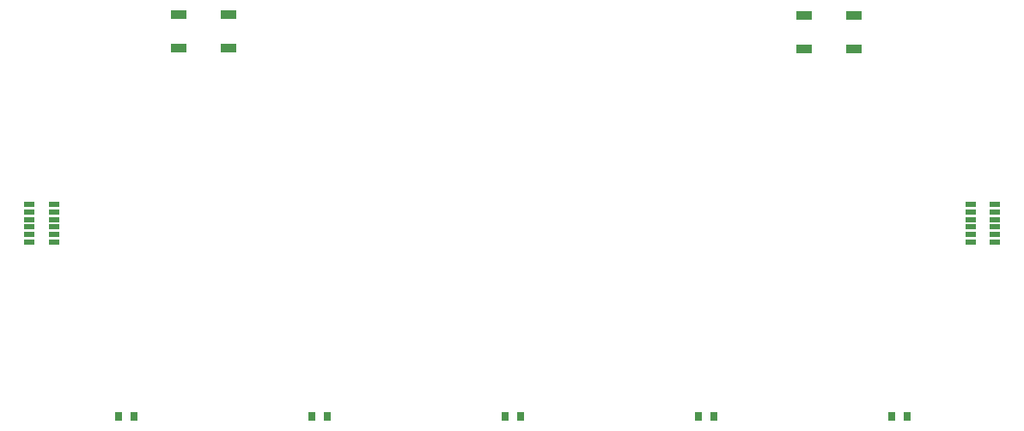
<source format=gtp>
G04 #@! TF.GenerationSoftware,KiCad,Pcbnew,(5.1.0)-1*
G04 #@! TF.CreationDate,2019-05-19T22:51:14-06:00*
G04 #@! TF.ProjectId,laser-theremin,6c617365-722d-4746-9865-72656d696e2e,rev?*
G04 #@! TF.SameCoordinates,Original*
G04 #@! TF.FileFunction,Paste,Top*
G04 #@! TF.FilePolarity,Positive*
%FSLAX46Y46*%
G04 Gerber Fmt 4.6, Leading zero omitted, Abs format (unit mm)*
G04 Created by KiCad (PCBNEW (5.1.0)-1) date 2019-05-19 22:51:14*
%MOMM*%
%LPD*%
G04 APERTURE LIST*
%ADD10R,1.000000X0.550000*%
%ADD11R,1.498600X0.899160*%
%ADD12R,0.762000X0.889000*%
G04 APERTURE END LIST*
D10*
X99510000Y-91750000D03*
X99510000Y-91000000D03*
X99510000Y-90250000D03*
X99510000Y-89500000D03*
X99510000Y-88750000D03*
X99510000Y-88000000D03*
X101910000Y-91750000D03*
X101910000Y-89500000D03*
X101910000Y-88750000D03*
X101910000Y-88000000D03*
X101910000Y-90250000D03*
X101910000Y-91000000D03*
X194670000Y-91000000D03*
X194670000Y-90250000D03*
X194670000Y-88000000D03*
X194670000Y-88750000D03*
X194670000Y-89500000D03*
X194670000Y-91750000D03*
X192270000Y-88000000D03*
X192270000Y-88750000D03*
X192270000Y-89500000D03*
X192270000Y-90250000D03*
X192270000Y-91000000D03*
X192270000Y-91750000D03*
D11*
X114231440Y-69301540D03*
X114231440Y-72598460D03*
X119128560Y-72598460D03*
X119128560Y-69301540D03*
X180778560Y-69371540D03*
X180778560Y-72668460D03*
X175881440Y-72668460D03*
X175881440Y-69371540D03*
D12*
X109782000Y-108910000D03*
X108258000Y-108910000D03*
X127303000Y-108910000D03*
X128827000Y-108910000D03*
X147877000Y-108910000D03*
X146353000Y-108910000D03*
X165403000Y-108910000D03*
X166927000Y-108910000D03*
X184453000Y-108910000D03*
X185977000Y-108910000D03*
M02*

</source>
